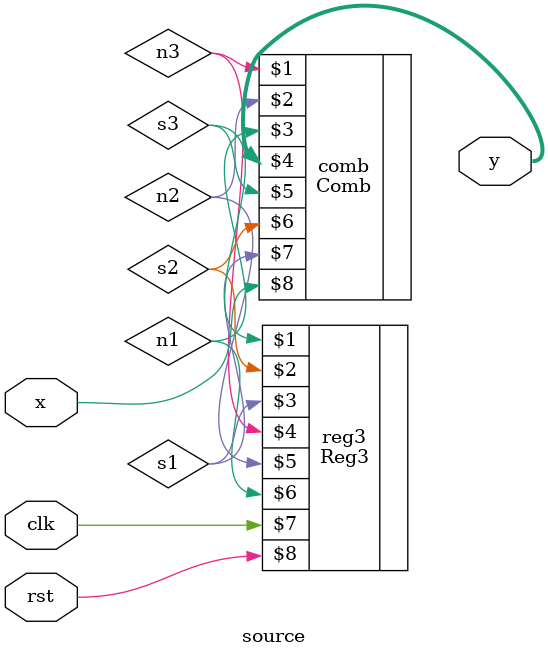
<source format=v>
`timescale 1ns/1ns
module source(y,x,rst,clk);

  output [1:0] y;
  input x;
  input rst;
  input clk;

  // Wires between logic part and register part
  wire n3,n2,n1,s3,s2,s1;

  // Combinational Logic
  Comb comb(n3, n2, n1, y, s3, s2, s1, x);

  // State Register
  Reg3 reg3(s3, s2, s1, n3, n2, n1, clk, rst);

endmodule

</source>
